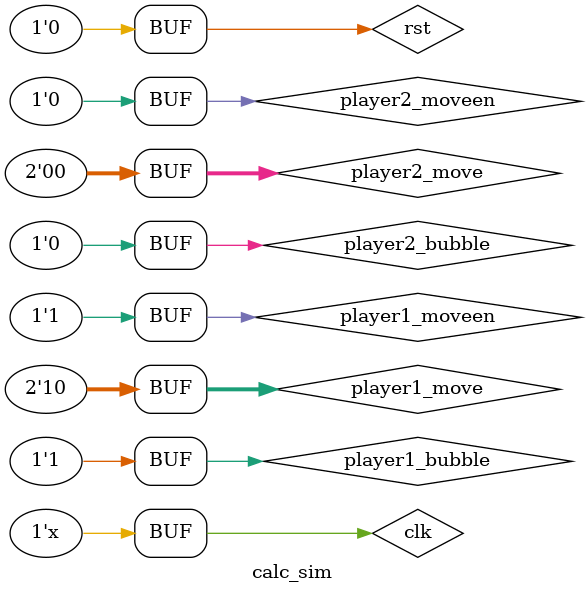
<source format=v>
`timescale 1ns / 1ns


module calc_sim;

	// Inputs
	reg clk;
	reg rst;
	reg player1_moveen;
	reg player2_moveen;
	reg [1:0] player1_move;
	reg [1:0] player2_move;
	reg player1_bubble;
	reg player2_bubble;

	// Outputs
	wire [539:0] map;
	wire [9:0] player1_x;
	wire [8:0] player1_y;
	wire [9:0] player2_x;
	wire [8:0] player2_y;
	wire [3:0] player1_dir;
	wire [3:0] player2_dir;
	wire [1:0] game_state;

	// Instantiate the Unit Under Test (UUT)
	calc uut (
		.clk(clk), 
		.rst(rst), 
		.switch_map(0), 
		.player1_moveen(player1_moveen), 
		.player2_moveen(player2_moveen), 
		.player1_move(player1_move), 
		.player2_move(player2_move), 
		.player1_bubble(player1_bubble), 
		.player2_bubble(player2_bubble), 
		.map(map), 
		.player1_x(player1_x), 
		.player1_y(player1_y), 
		.player2_x(player2_x), 
		.player2_y(player2_y), 
		.player1_dir(player1_dir), 
		.player2_dir(player2_dir), 
		.game_state(game_state)
	);

	initial begin
		// Initialize Inputs
		clk = 0;
		rst = 0;
		player1_moveen = 0;
		player2_moveen = 0;
		player1_move = 0;
		player2_move = 0;
		player1_bubble = 0;
		player2_bubble = 0;
		#300;
		rst = 1;
		// // Wait 100 ns for global reset to finish
		#200;
		rst = 0;
		#250; 
		player1_bubble=1;
        player1_moveen = 1;
        player1_move = 2;
        #850;
		player2_bubble=0;
        player2_moveen = 0;
        player2_move = 0;
        // #2000000000;
		// player1_bubble=0;
        // #1500;
        // player1_moveen = 0;
		// Add stimulus here

	end
    always begin
    	#50;
    	clk = ~clk;
    end
endmodule

</source>
